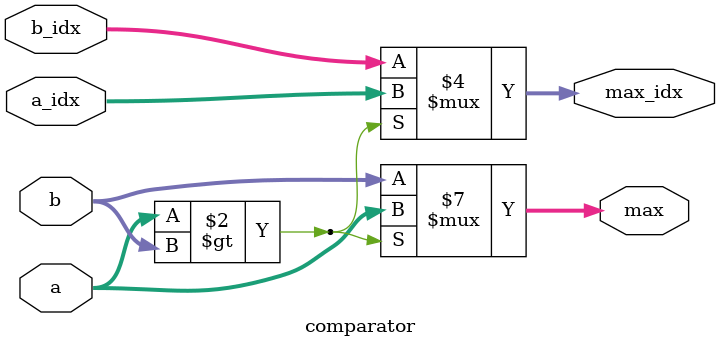
<source format=sv>
`timescale 1ns / 1ps


module comparator(
    input wire [26:0] a,
    input wire [26:0] b,
    input wire [1 : 0] a_idx,
    input wire [1 : 0] b_idx,
    output reg [26:0] max,
    output reg [1 : 0] max_idx
    );
    
    always@* begin
        if(a > b) begin
            max <= a;
            max_idx <= a_idx;
        end
        else begin
            max <= b;
            max_idx <= b_idx; 
        end
    end
endmodule

</source>
